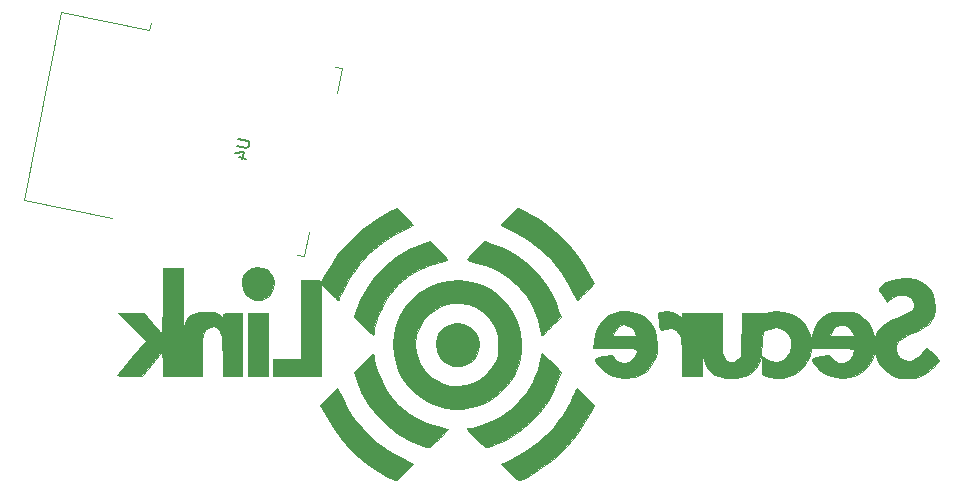
<source format=gbr>
G04 #@! TF.GenerationSoftware,KiCad,Pcbnew,(5.0.0-3-g5ebb6b6)*
G04 #@! TF.CreationDate,2019-01-19T17:02:55+01:00*
G04 #@! TF.ProjectId,Securityfest_2019_badge_beta,5365637572697479666573745F323031,rev?*
G04 #@! TF.SameCoordinates,Original*
G04 #@! TF.FileFunction,Legend,Bot*
G04 #@! TF.FilePolarity,Positive*
%FSLAX46Y46*%
G04 Gerber Fmt 4.6, Leading zero omitted, Abs format (unit mm)*
G04 Created by KiCad (PCBNEW (5.0.0-3-g5ebb6b6)) date 2019 January 19, Saturday 17:02:55*
%MOMM*%
%LPD*%
G01*
G04 APERTURE LIST*
%ADD10C,0.120000*%
%ADD11C,0.010000*%
%ADD12C,0.150000*%
G04 APERTURE END LIST*
D10*
G04 #@! TO.C,U4*
X119098317Y-55925651D02*
X119217844Y-55327476D01*
X119098317Y-55925651D02*
X111626033Y-54432542D01*
X135396132Y-59182276D02*
X134788151Y-59060790D01*
X134980727Y-61261179D02*
X135396132Y-59182276D01*
X132213967Y-75107458D02*
X132629373Y-73028555D01*
X131605986Y-74985972D02*
X132213967Y-75107458D01*
X108443868Y-70357724D02*
X115916151Y-71850833D01*
X111626033Y-54432542D02*
X108443868Y-70357724D01*
D11*
G04 #@! TO.C,G\002A\002A\002A*
G36*
X144985034Y-80787739D02*
X144440262Y-80897299D01*
X143989226Y-81140959D01*
X143646180Y-81503295D01*
X143425382Y-81968884D01*
X143341089Y-82522301D01*
X143340667Y-82566690D01*
X143415756Y-83101675D01*
X143624713Y-83567283D01*
X143943072Y-83947545D01*
X144346367Y-84226492D01*
X144810132Y-84388156D01*
X145309903Y-84416568D01*
X145821213Y-84295760D01*
X145923000Y-84252150D01*
X146381874Y-83951903D01*
X146719988Y-83542205D01*
X146923799Y-83044670D01*
X146981334Y-82563059D01*
X146907921Y-82018143D01*
X146682595Y-81543292D01*
X146436662Y-81248973D01*
X146086126Y-80976735D01*
X145681777Y-80824420D01*
X145185936Y-80780057D01*
X144985034Y-80787739D01*
X144985034Y-80787739D01*
G37*
X144985034Y-80787739D02*
X144440262Y-80897299D01*
X143989226Y-81140959D01*
X143646180Y-81503295D01*
X143425382Y-81968884D01*
X143341089Y-82522301D01*
X143340667Y-82566690D01*
X143415756Y-83101675D01*
X143624713Y-83567283D01*
X143943072Y-83947545D01*
X144346367Y-84226492D01*
X144810132Y-84388156D01*
X145309903Y-84416568D01*
X145821213Y-84295760D01*
X145923000Y-84252150D01*
X146381874Y-83951903D01*
X146719988Y-83542205D01*
X146923799Y-83044670D01*
X146981334Y-82563059D01*
X146907921Y-82018143D01*
X146682595Y-81543292D01*
X146436662Y-81248973D01*
X146086126Y-80976735D01*
X145681777Y-80824420D01*
X145185936Y-80780057D01*
X144985034Y-80787739D01*
G36*
X127776345Y-76104225D02*
X127386668Y-76313509D01*
X127103762Y-76641433D01*
X126944534Y-77070909D01*
X126915334Y-77385333D01*
X126983645Y-77877857D01*
X127193857Y-78282837D01*
X127508000Y-78583562D01*
X127780711Y-78709024D01*
X128138953Y-78778909D01*
X128505161Y-78783161D01*
X128725566Y-78741428D01*
X129115587Y-78534103D01*
X129405106Y-78203680D01*
X129578986Y-77773298D01*
X129624667Y-77366859D01*
X129550647Y-76891714D01*
X129340277Y-76504349D01*
X129011090Y-76221881D01*
X128580621Y-76061426D01*
X128255884Y-76030667D01*
X127776345Y-76104225D01*
X127776345Y-76104225D01*
G37*
X127776345Y-76104225D02*
X127386668Y-76313509D01*
X127103762Y-76641433D01*
X126944534Y-77070909D01*
X126915334Y-77385333D01*
X126983645Y-77877857D01*
X127193857Y-78282837D01*
X127508000Y-78583562D01*
X127780711Y-78709024D01*
X128138953Y-78778909D01*
X128505161Y-78783161D01*
X128725566Y-78741428D01*
X129115587Y-78534103D01*
X129405106Y-78203680D01*
X129578986Y-77773298D01*
X129624667Y-77366859D01*
X129550647Y-76891714D01*
X129340277Y-76504349D01*
X129011090Y-76221881D01*
X128580621Y-76061426D01*
X128255884Y-76030667D01*
X127776345Y-76104225D01*
G36*
X149556593Y-71720950D02*
X148838146Y-72439397D01*
X149878240Y-72960734D01*
X151076499Y-73650284D01*
X152154086Y-74455929D01*
X153107276Y-75373859D01*
X153932344Y-76400270D01*
X154625563Y-77531352D01*
X154904328Y-78097071D01*
X155052198Y-78410958D01*
X155176228Y-78656737D01*
X155258886Y-78800533D01*
X155280536Y-78823887D01*
X155353995Y-78767698D01*
X155521020Y-78614226D01*
X155756615Y-78387090D01*
X156028827Y-78116902D01*
X156732915Y-77409137D01*
X156509894Y-76969027D01*
X155835981Y-75800089D01*
X155039506Y-74698712D01*
X154139648Y-73683976D01*
X153155586Y-72774962D01*
X152106498Y-71990751D01*
X151011563Y-71350422D01*
X150720786Y-71209418D01*
X150275040Y-71002504D01*
X149556593Y-71720950D01*
X149556593Y-71720950D01*
G37*
X149556593Y-71720950D02*
X148838146Y-72439397D01*
X149878240Y-72960734D01*
X151076499Y-73650284D01*
X152154086Y-74455929D01*
X153107276Y-75373859D01*
X153932344Y-76400270D01*
X154625563Y-77531352D01*
X154904328Y-78097071D01*
X155052198Y-78410958D01*
X155176228Y-78656737D01*
X155258886Y-78800533D01*
X155280536Y-78823887D01*
X155353995Y-78767698D01*
X155521020Y-78614226D01*
X155756615Y-78387090D01*
X156028827Y-78116902D01*
X156732915Y-77409137D01*
X156509894Y-76969027D01*
X155835981Y-75800089D01*
X155039506Y-74698712D01*
X154139648Y-73683976D01*
X153155586Y-72774962D01*
X152106498Y-71990751D01*
X151011563Y-71350422D01*
X150720786Y-71209418D01*
X150275040Y-71002504D01*
X149556593Y-71720950D01*
G36*
X142182738Y-74035200D02*
X141041206Y-74522748D01*
X139992531Y-75148295D01*
X139046232Y-75902437D01*
X138211829Y-76775767D01*
X137498839Y-77758881D01*
X136916782Y-78842372D01*
X136645175Y-79506934D01*
X136388846Y-80209293D01*
X137174918Y-80998646D01*
X137471645Y-81291902D01*
X137727362Y-81535800D01*
X137917860Y-81707889D01*
X138018929Y-81785719D01*
X138026162Y-81788000D01*
X138073353Y-81714813D01*
X138091334Y-81553465D01*
X138140306Y-81143135D01*
X138276597Y-80636457D01*
X138484273Y-80071291D01*
X138747397Y-79485499D01*
X139050035Y-78916940D01*
X139376249Y-78403477D01*
X139473515Y-78269582D01*
X140165521Y-77485136D01*
X140973870Y-76805942D01*
X141872757Y-76248319D01*
X142836379Y-75828584D01*
X143716632Y-75586395D01*
X144010315Y-75517537D01*
X144229511Y-75447692D01*
X144329550Y-75391267D01*
X144330908Y-75388279D01*
X144284343Y-75301611D01*
X144137975Y-75122607D01*
X143913892Y-74876478D01*
X143634181Y-74588431D01*
X143601346Y-74555648D01*
X142845142Y-73802947D01*
X142182738Y-74035200D01*
X142182738Y-74035200D01*
G37*
X142182738Y-74035200D02*
X141041206Y-74522748D01*
X139992531Y-75148295D01*
X139046232Y-75902437D01*
X138211829Y-76775767D01*
X137498839Y-77758881D01*
X136916782Y-78842372D01*
X136645175Y-79506934D01*
X136388846Y-80209293D01*
X137174918Y-80998646D01*
X137471645Y-81291902D01*
X137727362Y-81535800D01*
X137917860Y-81707889D01*
X138018929Y-81785719D01*
X138026162Y-81788000D01*
X138073353Y-81714813D01*
X138091334Y-81553465D01*
X138140306Y-81143135D01*
X138276597Y-80636457D01*
X138484273Y-80071291D01*
X138747397Y-79485499D01*
X139050035Y-78916940D01*
X139376249Y-78403477D01*
X139473515Y-78269582D01*
X140165521Y-77485136D01*
X140973870Y-76805942D01*
X141872757Y-76248319D01*
X142836379Y-75828584D01*
X143716632Y-75586395D01*
X144010315Y-75517537D01*
X144229511Y-75447692D01*
X144329550Y-75391267D01*
X144330908Y-75388279D01*
X144284343Y-75301611D01*
X144137975Y-75122607D01*
X143913892Y-74876478D01*
X143634181Y-74588431D01*
X143601346Y-74555648D01*
X142845142Y-73802947D01*
X142182738Y-74035200D01*
G36*
X146676944Y-74599283D02*
X146339842Y-74933645D01*
X146120479Y-75166950D01*
X146022761Y-75323508D01*
X146050597Y-75427628D01*
X146207894Y-75503618D01*
X146498558Y-75575787D01*
X146845942Y-75650648D01*
X147775299Y-75937544D01*
X148672320Y-76375481D01*
X149513883Y-76946416D01*
X150276864Y-77632308D01*
X150938140Y-78415114D01*
X151461697Y-79252178D01*
X151634477Y-79618109D01*
X151808692Y-80051356D01*
X151969879Y-80508025D01*
X152103573Y-80944222D01*
X152195312Y-81316051D01*
X152230630Y-81579619D01*
X152230667Y-81585805D01*
X152253962Y-81740428D01*
X152295839Y-81788000D01*
X152376523Y-81731006D01*
X152550820Y-81575133D01*
X152794438Y-81343046D01*
X153083086Y-81057408D01*
X153135205Y-81004834D01*
X153909398Y-80221667D01*
X153719649Y-79671334D01*
X153498453Y-79072956D01*
X153271569Y-78565414D01*
X153002071Y-78073113D01*
X152715332Y-77615427D01*
X151974884Y-76632398D01*
X151116466Y-75768096D01*
X150150055Y-75030326D01*
X149085626Y-74426892D01*
X148139197Y-74035177D01*
X147476726Y-73802900D01*
X146676944Y-74599283D01*
X146676944Y-74599283D01*
G37*
X146676944Y-74599283D02*
X146339842Y-74933645D01*
X146120479Y-75166950D01*
X146022761Y-75323508D01*
X146050597Y-75427628D01*
X146207894Y-75503618D01*
X146498558Y-75575787D01*
X146845942Y-75650648D01*
X147775299Y-75937544D01*
X148672320Y-76375481D01*
X149513883Y-76946416D01*
X150276864Y-77632308D01*
X150938140Y-78415114D01*
X151461697Y-79252178D01*
X151634477Y-79618109D01*
X151808692Y-80051356D01*
X151969879Y-80508025D01*
X152103573Y-80944222D01*
X152195312Y-81316051D01*
X152230630Y-81579619D01*
X152230667Y-81585805D01*
X152253962Y-81740428D01*
X152295839Y-81788000D01*
X152376523Y-81731006D01*
X152550820Y-81575133D01*
X152794438Y-81343046D01*
X153083086Y-81057408D01*
X153135205Y-81004834D01*
X153909398Y-80221667D01*
X153719649Y-79671334D01*
X153498453Y-79072956D01*
X153271569Y-78565414D01*
X153002071Y-78073113D01*
X152715332Y-77615427D01*
X151974884Y-76632398D01*
X151116466Y-75768096D01*
X150150055Y-75030326D01*
X149085626Y-74426892D01*
X148139197Y-74035177D01*
X147476726Y-73802900D01*
X146676944Y-74599283D01*
G36*
X120206642Y-78911498D02*
X120184334Y-81707662D01*
X119430131Y-80816498D01*
X118675927Y-79925334D01*
X116461269Y-79925334D01*
X117636611Y-81102929D01*
X118811953Y-82280525D01*
X117630991Y-83664096D01*
X117278677Y-84078241D01*
X116962232Y-84452853D01*
X116698774Y-84767453D01*
X116505423Y-85001561D01*
X116399296Y-85134699D01*
X116386018Y-85153500D01*
X116394968Y-85198521D01*
X116498989Y-85229507D01*
X116718155Y-85248537D01*
X117072541Y-85257690D01*
X117408177Y-85259334D01*
X118494348Y-85259334D01*
X119339341Y-84204953D01*
X120184334Y-83150573D01*
X120208030Y-84204953D01*
X120231726Y-85259334D01*
X123528667Y-85259334D01*
X123534848Y-83798834D01*
X123541661Y-83092972D01*
X123557408Y-82535567D01*
X123585042Y-82105849D01*
X123627516Y-81783047D01*
X123687783Y-81546390D01*
X123768798Y-81375109D01*
X123873513Y-81248432D01*
X123901009Y-81223638D01*
X124206322Y-81056630D01*
X124525509Y-81043074D01*
X124823622Y-81174282D01*
X125065710Y-81441563D01*
X125111379Y-81524565D01*
X125165064Y-81656805D01*
X125206105Y-81825173D01*
X125236766Y-82054945D01*
X125259310Y-82371400D01*
X125276002Y-82799813D01*
X125289105Y-83365462D01*
X125292318Y-83544834D01*
X125321718Y-85259334D01*
X126915334Y-85259334D01*
X126915334Y-79925334D01*
X126111000Y-79925334D01*
X125737250Y-79927853D01*
X125501376Y-79939853D01*
X125371945Y-79968000D01*
X125317523Y-80018958D01*
X125306667Y-80095868D01*
X125296275Y-80189557D01*
X125241476Y-80203810D01*
X125106835Y-80132261D01*
X124953128Y-80032368D01*
X124759086Y-79915637D01*
X124576148Y-79845544D01*
X124350918Y-79810514D01*
X124029998Y-79798970D01*
X123873628Y-79798334D01*
X123278909Y-79839020D01*
X122816301Y-79969316D01*
X122467231Y-80201573D01*
X122213127Y-80548142D01*
X122035568Y-81020818D01*
X122006381Y-81108967D01*
X121982933Y-81125101D01*
X121964570Y-81055787D01*
X121950640Y-80887595D01*
X121940488Y-80607094D01*
X121933464Y-80200854D01*
X121928912Y-79655442D01*
X121926182Y-78957429D01*
X121925715Y-78761167D01*
X121920000Y-76115334D01*
X121074475Y-76115334D01*
X120228950Y-76115333D01*
X120206642Y-78911498D01*
X120206642Y-78911498D01*
G37*
X120206642Y-78911498D02*
X120184334Y-81707662D01*
X119430131Y-80816498D01*
X118675927Y-79925334D01*
X116461269Y-79925334D01*
X117636611Y-81102929D01*
X118811953Y-82280525D01*
X117630991Y-83664096D01*
X117278677Y-84078241D01*
X116962232Y-84452853D01*
X116698774Y-84767453D01*
X116505423Y-85001561D01*
X116399296Y-85134699D01*
X116386018Y-85153500D01*
X116394968Y-85198521D01*
X116498989Y-85229507D01*
X116718155Y-85248537D01*
X117072541Y-85257690D01*
X117408177Y-85259334D01*
X118494348Y-85259334D01*
X119339341Y-84204953D01*
X120184334Y-83150573D01*
X120208030Y-84204953D01*
X120231726Y-85259334D01*
X123528667Y-85259334D01*
X123534848Y-83798834D01*
X123541661Y-83092972D01*
X123557408Y-82535567D01*
X123585042Y-82105849D01*
X123627516Y-81783047D01*
X123687783Y-81546390D01*
X123768798Y-81375109D01*
X123873513Y-81248432D01*
X123901009Y-81223638D01*
X124206322Y-81056630D01*
X124525509Y-81043074D01*
X124823622Y-81174282D01*
X125065710Y-81441563D01*
X125111379Y-81524565D01*
X125165064Y-81656805D01*
X125206105Y-81825173D01*
X125236766Y-82054945D01*
X125259310Y-82371400D01*
X125276002Y-82799813D01*
X125289105Y-83365462D01*
X125292318Y-83544834D01*
X125321718Y-85259334D01*
X126915334Y-85259334D01*
X126915334Y-79925334D01*
X126111000Y-79925334D01*
X125737250Y-79927853D01*
X125501376Y-79939853D01*
X125371945Y-79968000D01*
X125317523Y-80018958D01*
X125306667Y-80095868D01*
X125296275Y-80189557D01*
X125241476Y-80203810D01*
X125106835Y-80132261D01*
X124953128Y-80032368D01*
X124759086Y-79915637D01*
X124576148Y-79845544D01*
X124350918Y-79810514D01*
X124029998Y-79798970D01*
X123873628Y-79798334D01*
X123278909Y-79839020D01*
X122816301Y-79969316D01*
X122467231Y-80201573D01*
X122213127Y-80548142D01*
X122035568Y-81020818D01*
X122006381Y-81108967D01*
X121982933Y-81125101D01*
X121964570Y-81055787D01*
X121950640Y-80887595D01*
X121940488Y-80607094D01*
X121933464Y-80200854D01*
X121928912Y-79655442D01*
X121926182Y-78957429D01*
X121925715Y-78761167D01*
X121920000Y-76115334D01*
X121074475Y-76115334D01*
X120228950Y-76115333D01*
X120206642Y-78911498D01*
G36*
X127423334Y-85259334D02*
X129116667Y-85259334D01*
X129116667Y-79925334D01*
X127423334Y-79925334D01*
X127423334Y-85259334D01*
X127423334Y-85259334D01*
G37*
X127423334Y-85259334D02*
X129116667Y-85259334D01*
X129116667Y-79925334D01*
X127423334Y-79925334D01*
X127423334Y-85259334D01*
G36*
X139467845Y-71278490D02*
X138357509Y-71909988D01*
X137277920Y-72699818D01*
X136242934Y-73637822D01*
X136226585Y-73654207D01*
X135560379Y-74358414D01*
X135003533Y-75032254D01*
X134517263Y-75727379D01*
X134062786Y-76495438D01*
X133983625Y-76641207D01*
X133822735Y-76930438D01*
X133695789Y-77138815D01*
X133619673Y-77239731D01*
X133605415Y-77237167D01*
X133552870Y-77185113D01*
X133384076Y-77151791D01*
X133079802Y-77134802D01*
X132757334Y-77131334D01*
X131910667Y-77131334D01*
X131910667Y-83820000D01*
X129540000Y-83820000D01*
X129540000Y-85259334D01*
X133604000Y-85259334D01*
X133604000Y-77431405D01*
X134304269Y-78128036D01*
X134635277Y-78453000D01*
X134866430Y-78667112D01*
X135014256Y-78782518D01*
X135095286Y-78811361D01*
X135126048Y-78765786D01*
X135128000Y-78733270D01*
X135168847Y-78592046D01*
X135279714Y-78339040D01*
X135443094Y-78007427D01*
X135641479Y-77630383D01*
X135857361Y-77241082D01*
X136073233Y-76872700D01*
X136271586Y-76558411D01*
X136291244Y-76529069D01*
X136941587Y-75680043D01*
X137710859Y-74869533D01*
X138565721Y-74124871D01*
X139472833Y-73473386D01*
X140398855Y-72942409D01*
X140990850Y-72676535D01*
X141219722Y-72570171D01*
X141365408Y-72472683D01*
X141393016Y-72430347D01*
X141336319Y-72339194D01*
X141182256Y-72157869D01*
X140955277Y-71913822D01*
X140716678Y-71671007D01*
X140040023Y-70998322D01*
X139467845Y-71278490D01*
X139467845Y-71278490D01*
G37*
X139467845Y-71278490D02*
X138357509Y-71909988D01*
X137277920Y-72699818D01*
X136242934Y-73637822D01*
X136226585Y-73654207D01*
X135560379Y-74358414D01*
X135003533Y-75032254D01*
X134517263Y-75727379D01*
X134062786Y-76495438D01*
X133983625Y-76641207D01*
X133822735Y-76930438D01*
X133695789Y-77138815D01*
X133619673Y-77239731D01*
X133605415Y-77237167D01*
X133552870Y-77185113D01*
X133384076Y-77151791D01*
X133079802Y-77134802D01*
X132757334Y-77131334D01*
X131910667Y-77131334D01*
X131910667Y-83820000D01*
X129540000Y-83820000D01*
X129540000Y-85259334D01*
X133604000Y-85259334D01*
X133604000Y-77431405D01*
X134304269Y-78128036D01*
X134635277Y-78453000D01*
X134866430Y-78667112D01*
X135014256Y-78782518D01*
X135095286Y-78811361D01*
X135126048Y-78765786D01*
X135128000Y-78733270D01*
X135168847Y-78592046D01*
X135279714Y-78339040D01*
X135443094Y-78007427D01*
X135641479Y-77630383D01*
X135857361Y-77241082D01*
X136073233Y-76872700D01*
X136271586Y-76558411D01*
X136291244Y-76529069D01*
X136941587Y-75680043D01*
X137710859Y-74869533D01*
X138565721Y-74124871D01*
X139472833Y-73473386D01*
X140398855Y-72942409D01*
X140990850Y-72676535D01*
X141219722Y-72570171D01*
X141365408Y-72472683D01*
X141393016Y-72430347D01*
X141336319Y-72339194D01*
X141182256Y-72157869D01*
X140955277Y-71913822D01*
X140716678Y-71671007D01*
X140040023Y-70998322D01*
X139467845Y-71278490D01*
G36*
X158964158Y-79777470D02*
X158437428Y-79878236D01*
X157984931Y-80087966D01*
X157570572Y-80418613D01*
X157528539Y-80460098D01*
X157214643Y-80833240D01*
X156991108Y-81247880D01*
X156841020Y-81745183D01*
X156748163Y-82359500D01*
X156693878Y-82888667D01*
X158526273Y-82888667D01*
X159153973Y-82888475D01*
X159629734Y-82892411D01*
X159970931Y-82907239D01*
X160194936Y-82939722D01*
X160319124Y-82996627D01*
X160360868Y-83084718D01*
X160337543Y-83210759D01*
X160266523Y-83381515D01*
X160194569Y-83538233D01*
X159981026Y-83887118D01*
X159713367Y-84084501D01*
X159365627Y-84145857D01*
X159192970Y-84135186D01*
X158901244Y-84075577D01*
X158685746Y-83946437D01*
X158525721Y-83781338D01*
X158258854Y-83472617D01*
X157530760Y-83574472D01*
X157137492Y-83639435D01*
X156900425Y-83715818D01*
X156806748Y-83825484D01*
X156843651Y-83990292D01*
X156998325Y-84232104D01*
X157080650Y-84342585D01*
X157545216Y-84822008D01*
X158098298Y-85163975D01*
X158722490Y-85363148D01*
X159400388Y-85414186D01*
X160114587Y-85311749D01*
X160182445Y-85294176D01*
X160759828Y-85081830D01*
X161216743Y-84776183D01*
X161582416Y-84352175D01*
X161850801Y-83863739D01*
X161967760Y-83583180D01*
X162037064Y-83331579D01*
X162069896Y-83046170D01*
X162077439Y-82664187D01*
X162077074Y-82593739D01*
X162009078Y-81833354D01*
X161989490Y-81766834D01*
X160273684Y-81766834D01*
X160225633Y-81815588D01*
X160068257Y-81848072D01*
X159782239Y-81866384D01*
X159348260Y-81872625D01*
X159300334Y-81872667D01*
X158863503Y-81868371D01*
X158572293Y-81853640D01*
X158403167Y-81825706D01*
X158332587Y-81781800D01*
X158326667Y-81758188D01*
X158393687Y-81547137D01*
X158564583Y-81307599D01*
X158794115Y-81091320D01*
X159031403Y-80952157D01*
X159262827Y-80880063D01*
X159439553Y-80887020D01*
X159644469Y-80969224D01*
X159871009Y-81128050D01*
X160080939Y-81356880D01*
X160229364Y-81598803D01*
X160273684Y-81766834D01*
X161989490Y-81766834D01*
X161818623Y-81186593D01*
X161508577Y-80656726D01*
X161081813Y-80247021D01*
X160541201Y-79960750D01*
X159889611Y-79801181D01*
X159601214Y-79773717D01*
X158964158Y-79777470D01*
X158964158Y-79777470D01*
G37*
X158964158Y-79777470D02*
X158437428Y-79878236D01*
X157984931Y-80087966D01*
X157570572Y-80418613D01*
X157528539Y-80460098D01*
X157214643Y-80833240D01*
X156991108Y-81247880D01*
X156841020Y-81745183D01*
X156748163Y-82359500D01*
X156693878Y-82888667D01*
X158526273Y-82888667D01*
X159153973Y-82888475D01*
X159629734Y-82892411D01*
X159970931Y-82907239D01*
X160194936Y-82939722D01*
X160319124Y-82996627D01*
X160360868Y-83084718D01*
X160337543Y-83210759D01*
X160266523Y-83381515D01*
X160194569Y-83538233D01*
X159981026Y-83887118D01*
X159713367Y-84084501D01*
X159365627Y-84145857D01*
X159192970Y-84135186D01*
X158901244Y-84075577D01*
X158685746Y-83946437D01*
X158525721Y-83781338D01*
X158258854Y-83472617D01*
X157530760Y-83574472D01*
X157137492Y-83639435D01*
X156900425Y-83715818D01*
X156806748Y-83825484D01*
X156843651Y-83990292D01*
X156998325Y-84232104D01*
X157080650Y-84342585D01*
X157545216Y-84822008D01*
X158098298Y-85163975D01*
X158722490Y-85363148D01*
X159400388Y-85414186D01*
X160114587Y-85311749D01*
X160182445Y-85294176D01*
X160759828Y-85081830D01*
X161216743Y-84776183D01*
X161582416Y-84352175D01*
X161850801Y-83863739D01*
X161967760Y-83583180D01*
X162037064Y-83331579D01*
X162069896Y-83046170D01*
X162077439Y-82664187D01*
X162077074Y-82593739D01*
X162009078Y-81833354D01*
X161989490Y-81766834D01*
X160273684Y-81766834D01*
X160225633Y-81815588D01*
X160068257Y-81848072D01*
X159782239Y-81866384D01*
X159348260Y-81872625D01*
X159300334Y-81872667D01*
X158863503Y-81868371D01*
X158572293Y-81853640D01*
X158403167Y-81825706D01*
X158332587Y-81781800D01*
X158326667Y-81758188D01*
X158393687Y-81547137D01*
X158564583Y-81307599D01*
X158794115Y-81091320D01*
X159031403Y-80952157D01*
X159262827Y-80880063D01*
X159439553Y-80887020D01*
X159644469Y-80969224D01*
X159871009Y-81128050D01*
X160080939Y-81356880D01*
X160229364Y-81598803D01*
X160273684Y-81766834D01*
X161989490Y-81766834D01*
X161818623Y-81186593D01*
X161508577Y-80656726D01*
X161081813Y-80247021D01*
X160541201Y-79960750D01*
X159889611Y-79801181D01*
X159601214Y-79773717D01*
X158964158Y-79777470D01*
G36*
X182930340Y-76907182D02*
X182445574Y-76988228D01*
X181947930Y-77129755D01*
X181486145Y-77315867D01*
X181108955Y-77530667D01*
X180913240Y-77698426D01*
X180846916Y-77785729D01*
X180833449Y-77875451D01*
X180885609Y-78003152D01*
X181016166Y-78204394D01*
X181175039Y-78427516D01*
X181583265Y-78994543D01*
X181744799Y-78815929D01*
X182064352Y-78552968D01*
X182426700Y-78397298D01*
X182801064Y-78343728D01*
X183156667Y-78387067D01*
X183462730Y-78522127D01*
X183688475Y-78743716D01*
X183803125Y-79046644D01*
X183811334Y-79164415D01*
X183788290Y-79367953D01*
X183704735Y-79542191D01*
X183539035Y-79705177D01*
X183269557Y-79874961D01*
X182874667Y-80069594D01*
X182557298Y-80210690D01*
X181877810Y-80536822D01*
X181355377Y-80860285D01*
X180978179Y-81190900D01*
X180734397Y-81538488D01*
X180633747Y-81809167D01*
X180559200Y-81990333D01*
X180480521Y-82033426D01*
X180429435Y-81932048D01*
X180425311Y-81872667D01*
X178727143Y-81872667D01*
X176708142Y-81872667D01*
X176792747Y-81629971D01*
X176984044Y-81281687D01*
X177262496Y-81028808D01*
X177590268Y-80896576D01*
X177887477Y-80899617D01*
X178147085Y-81025176D01*
X178402313Y-81259209D01*
X178598966Y-81548351D01*
X178639185Y-81639834D01*
X178727143Y-81872667D01*
X180425311Y-81872667D01*
X180423840Y-81851500D01*
X180377758Y-81624134D01*
X180259028Y-81315776D01*
X180094735Y-80982283D01*
X179911961Y-80679513D01*
X179763160Y-80488939D01*
X179553099Y-80308012D01*
X179270867Y-80114769D01*
X179112334Y-80023272D01*
X178901114Y-79919927D01*
X178705206Y-79853950D01*
X178476862Y-79817156D01*
X178168332Y-79801362D01*
X177800000Y-79798334D01*
X177384014Y-79802517D01*
X177089145Y-79820613D01*
X176867269Y-79860944D01*
X176670263Y-79931831D01*
X176477529Y-80027004D01*
X175997335Y-80349761D01*
X175634330Y-80759506D01*
X175371854Y-81279926D01*
X175217033Y-81819205D01*
X175154129Y-82077048D01*
X175114015Y-82167441D01*
X175096764Y-82090226D01*
X175096571Y-82084334D01*
X175034158Y-81771924D01*
X174880427Y-81393029D01*
X174662347Y-81002331D01*
X174406887Y-80654512D01*
X174371723Y-80614616D01*
X173931942Y-80245316D01*
X173387581Y-79971697D01*
X172781100Y-79805459D01*
X172154961Y-79758304D01*
X171559932Y-79839751D01*
X171288134Y-79885190D01*
X170901074Y-79916788D01*
X170452514Y-79930956D01*
X170205877Y-79930133D01*
X169258086Y-79914598D01*
X169206334Y-83580212D01*
X168929831Y-83827106D01*
X168609784Y-84027117D01*
X168289356Y-84061739D01*
X167988562Y-83935935D01*
X167849913Y-83819589D01*
X167743793Y-83674412D01*
X167666040Y-83477762D01*
X167612494Y-83206999D01*
X167578992Y-82839481D01*
X167561373Y-82352567D01*
X167555473Y-81723614D01*
X167555334Y-81579053D01*
X167555334Y-79925334D01*
X164168667Y-79925334D01*
X164168667Y-80366208D01*
X163874144Y-80107614D01*
X163620580Y-79932021D01*
X163348462Y-79810434D01*
X163276188Y-79792095D01*
X163034570Y-79768860D01*
X162743106Y-79770425D01*
X162460541Y-79792755D01*
X162245622Y-79831817D01*
X162165406Y-79868372D01*
X162155153Y-79968147D01*
X162168471Y-80193902D01*
X162202389Y-80504381D01*
X162221434Y-80645709D01*
X162275801Y-80997894D01*
X162323065Y-81209465D01*
X162373346Y-81308260D01*
X162436764Y-81322121D01*
X162463680Y-81312176D01*
X162625346Y-81269300D01*
X162883810Y-81230193D01*
X163045583Y-81214338D01*
X163321359Y-81204029D01*
X163501000Y-81241870D01*
X163655663Y-81349782D01*
X163736101Y-81427075D01*
X163880436Y-81596275D01*
X163989620Y-81793684D01*
X164068209Y-82044301D01*
X164120755Y-82373123D01*
X164151814Y-82805150D01*
X164165939Y-83365380D01*
X164168195Y-83798834D01*
X164168667Y-85259334D01*
X165862000Y-85259334D01*
X165872563Y-84222167D01*
X165878841Y-83808762D01*
X165888411Y-83554130D01*
X165902537Y-83447721D01*
X165922486Y-83478985D01*
X165945803Y-83611607D01*
X166104273Y-84180686D01*
X166391722Y-84661018D01*
X166793369Y-85030695D01*
X166976563Y-85139519D01*
X167360671Y-85278941D01*
X167849007Y-85370007D01*
X168381660Y-85405983D01*
X168898719Y-85380136D01*
X168997035Y-85366639D01*
X169587060Y-85226194D01*
X170047285Y-84999654D01*
X170401903Y-84671347D01*
X170636164Y-84304879D01*
X170740820Y-84086916D01*
X170813197Y-83887489D01*
X170860991Y-83664655D01*
X170891895Y-83376470D01*
X170913605Y-82980993D01*
X170922995Y-82741366D01*
X170944815Y-82323187D01*
X170975684Y-81961809D01*
X171011663Y-81693491D01*
X171048811Y-81554493D01*
X171052537Y-81548979D01*
X171253047Y-81386526D01*
X171549966Y-81239416D01*
X171871053Y-81138169D01*
X172089999Y-81110667D01*
X172523819Y-81190374D01*
X172904609Y-81414617D01*
X173208199Y-81761072D01*
X173410420Y-82207420D01*
X173449471Y-82366185D01*
X173452930Y-82779039D01*
X173321575Y-83202193D01*
X173076079Y-83578881D01*
X172968015Y-83688335D01*
X172568797Y-83958568D01*
X172152170Y-84061419D01*
X171714216Y-83997078D01*
X171259500Y-83771312D01*
X170942000Y-83563598D01*
X170942000Y-84331119D01*
X170942001Y-85098641D01*
X171259500Y-85237887D01*
X171617339Y-85333847D01*
X172131003Y-85377274D01*
X172296667Y-85379901D01*
X172699514Y-85371676D01*
X172999852Y-85335357D01*
X173263739Y-85258965D01*
X173485864Y-85164273D01*
X173806693Y-84992398D01*
X174117331Y-84789917D01*
X174265066Y-84673983D01*
X174487905Y-84426908D01*
X174709945Y-84096276D01*
X174903125Y-83734590D01*
X175039386Y-83394358D01*
X175090667Y-83129144D01*
X175090667Y-82888667D01*
X176911000Y-82888667D01*
X177510055Y-82889216D01*
X177960838Y-82892190D01*
X178284411Y-82899579D01*
X178501835Y-82913375D01*
X178634173Y-82935568D01*
X178702486Y-82968149D01*
X178727834Y-83013107D01*
X178731334Y-83060720D01*
X178660823Y-83423272D01*
X178472754Y-83750537D01*
X178202327Y-84003504D01*
X177884738Y-84143163D01*
X177740683Y-84158667D01*
X177377607Y-84105247D01*
X177070869Y-83928025D01*
X176866127Y-83721008D01*
X176651920Y-83469764D01*
X175913627Y-83573046D01*
X175518288Y-83640070D01*
X175268456Y-83709087D01*
X175175657Y-83776854D01*
X175175334Y-83780929D01*
X175231653Y-83949335D01*
X175378367Y-84189908D01*
X175582111Y-84459242D01*
X175809520Y-84713929D01*
X176027229Y-84910563D01*
X176064334Y-84937496D01*
X176572908Y-85196488D01*
X177169605Y-85351799D01*
X177805801Y-85399619D01*
X178432871Y-85336136D01*
X178982761Y-85166226D01*
X179499943Y-84850377D01*
X179933771Y-84411723D01*
X180254123Y-83887113D01*
X180410897Y-83419149D01*
X180479694Y-83100334D01*
X180619296Y-83571402D01*
X180882156Y-84184447D01*
X181270397Y-84686684D01*
X181775132Y-85069123D01*
X182334906Y-85307480D01*
X182657067Y-85372048D01*
X183065149Y-85409565D01*
X183495077Y-85418548D01*
X183882775Y-85397515D01*
X184150000Y-85349493D01*
X184737880Y-85084169D01*
X185297543Y-84654761D01*
X185484080Y-84468850D01*
X185697627Y-84227546D01*
X185854946Y-84020217D01*
X185926488Y-83886429D01*
X185928000Y-83874506D01*
X185868593Y-83763374D01*
X185710433Y-83576717D01*
X185483616Y-83348884D01*
X185398834Y-83270523D01*
X185137857Y-83039953D01*
X184970667Y-82912385D01*
X184869562Y-82872865D01*
X184806836Y-82906439D01*
X184785000Y-82939213D01*
X184528876Y-83287198D01*
X184197579Y-83602109D01*
X183850943Y-83829785D01*
X183753908Y-83872597D01*
X183497142Y-83958088D01*
X183305720Y-83973352D01*
X183092368Y-83921520D01*
X183026127Y-83898711D01*
X182660351Y-83698846D01*
X182431445Y-83402250D01*
X182334090Y-83001112D01*
X182329667Y-82875952D01*
X182344592Y-82601267D01*
X182412647Y-82414301D01*
X182568751Y-82234422D01*
X182633848Y-82173561D01*
X182887876Y-81986875D01*
X183216774Y-81804043D01*
X183438182Y-81707933D01*
X184137690Y-81418203D01*
X184682817Y-81122582D01*
X185088231Y-80805380D01*
X185368602Y-80450906D01*
X185538596Y-80043467D01*
X185612884Y-79567373D01*
X185619029Y-79375000D01*
X185545568Y-78726963D01*
X185327111Y-78152709D01*
X184977509Y-77667354D01*
X184510610Y-77286011D01*
X183940264Y-77023796D01*
X183353493Y-76902512D01*
X182930340Y-76907182D01*
X182930340Y-76907182D01*
G37*
X182930340Y-76907182D02*
X182445574Y-76988228D01*
X181947930Y-77129755D01*
X181486145Y-77315867D01*
X181108955Y-77530667D01*
X180913240Y-77698426D01*
X180846916Y-77785729D01*
X180833449Y-77875451D01*
X180885609Y-78003152D01*
X181016166Y-78204394D01*
X181175039Y-78427516D01*
X181583265Y-78994543D01*
X181744799Y-78815929D01*
X182064352Y-78552968D01*
X182426700Y-78397298D01*
X182801064Y-78343728D01*
X183156667Y-78387067D01*
X183462730Y-78522127D01*
X183688475Y-78743716D01*
X183803125Y-79046644D01*
X183811334Y-79164415D01*
X183788290Y-79367953D01*
X183704735Y-79542191D01*
X183539035Y-79705177D01*
X183269557Y-79874961D01*
X182874667Y-80069594D01*
X182557298Y-80210690D01*
X181877810Y-80536822D01*
X181355377Y-80860285D01*
X180978179Y-81190900D01*
X180734397Y-81538488D01*
X180633747Y-81809167D01*
X180559200Y-81990333D01*
X180480521Y-82033426D01*
X180429435Y-81932048D01*
X180425311Y-81872667D01*
X178727143Y-81872667D01*
X176708142Y-81872667D01*
X176792747Y-81629971D01*
X176984044Y-81281687D01*
X177262496Y-81028808D01*
X177590268Y-80896576D01*
X177887477Y-80899617D01*
X178147085Y-81025176D01*
X178402313Y-81259209D01*
X178598966Y-81548351D01*
X178639185Y-81639834D01*
X178727143Y-81872667D01*
X180425311Y-81872667D01*
X180423840Y-81851500D01*
X180377758Y-81624134D01*
X180259028Y-81315776D01*
X180094735Y-80982283D01*
X179911961Y-80679513D01*
X179763160Y-80488939D01*
X179553099Y-80308012D01*
X179270867Y-80114769D01*
X179112334Y-80023272D01*
X178901114Y-79919927D01*
X178705206Y-79853950D01*
X178476862Y-79817156D01*
X178168332Y-79801362D01*
X177800000Y-79798334D01*
X177384014Y-79802517D01*
X177089145Y-79820613D01*
X176867269Y-79860944D01*
X176670263Y-79931831D01*
X176477529Y-80027004D01*
X175997335Y-80349761D01*
X175634330Y-80759506D01*
X175371854Y-81279926D01*
X175217033Y-81819205D01*
X175154129Y-82077048D01*
X175114015Y-82167441D01*
X175096764Y-82090226D01*
X175096571Y-82084334D01*
X175034158Y-81771924D01*
X174880427Y-81393029D01*
X174662347Y-81002331D01*
X174406887Y-80654512D01*
X174371723Y-80614616D01*
X173931942Y-80245316D01*
X173387581Y-79971697D01*
X172781100Y-79805459D01*
X172154961Y-79758304D01*
X171559932Y-79839751D01*
X171288134Y-79885190D01*
X170901074Y-79916788D01*
X170452514Y-79930956D01*
X170205877Y-79930133D01*
X169258086Y-79914598D01*
X169206334Y-83580212D01*
X168929831Y-83827106D01*
X168609784Y-84027117D01*
X168289356Y-84061739D01*
X167988562Y-83935935D01*
X167849913Y-83819589D01*
X167743793Y-83674412D01*
X167666040Y-83477762D01*
X167612494Y-83206999D01*
X167578992Y-82839481D01*
X167561373Y-82352567D01*
X167555473Y-81723614D01*
X167555334Y-81579053D01*
X167555334Y-79925334D01*
X164168667Y-79925334D01*
X164168667Y-80366208D01*
X163874144Y-80107614D01*
X163620580Y-79932021D01*
X163348462Y-79810434D01*
X163276188Y-79792095D01*
X163034570Y-79768860D01*
X162743106Y-79770425D01*
X162460541Y-79792755D01*
X162245622Y-79831817D01*
X162165406Y-79868372D01*
X162155153Y-79968147D01*
X162168471Y-80193902D01*
X162202389Y-80504381D01*
X162221434Y-80645709D01*
X162275801Y-80997894D01*
X162323065Y-81209465D01*
X162373346Y-81308260D01*
X162436764Y-81322121D01*
X162463680Y-81312176D01*
X162625346Y-81269300D01*
X162883810Y-81230193D01*
X163045583Y-81214338D01*
X163321359Y-81204029D01*
X163501000Y-81241870D01*
X163655663Y-81349782D01*
X163736101Y-81427075D01*
X163880436Y-81596275D01*
X163989620Y-81793684D01*
X164068209Y-82044301D01*
X164120755Y-82373123D01*
X164151814Y-82805150D01*
X164165939Y-83365380D01*
X164168195Y-83798834D01*
X164168667Y-85259334D01*
X165862000Y-85259334D01*
X165872563Y-84222167D01*
X165878841Y-83808762D01*
X165888411Y-83554130D01*
X165902537Y-83447721D01*
X165922486Y-83478985D01*
X165945803Y-83611607D01*
X166104273Y-84180686D01*
X166391722Y-84661018D01*
X166793369Y-85030695D01*
X166976563Y-85139519D01*
X167360671Y-85278941D01*
X167849007Y-85370007D01*
X168381660Y-85405983D01*
X168898719Y-85380136D01*
X168997035Y-85366639D01*
X169587060Y-85226194D01*
X170047285Y-84999654D01*
X170401903Y-84671347D01*
X170636164Y-84304879D01*
X170740820Y-84086916D01*
X170813197Y-83887489D01*
X170860991Y-83664655D01*
X170891895Y-83376470D01*
X170913605Y-82980993D01*
X170922995Y-82741366D01*
X170944815Y-82323187D01*
X170975684Y-81961809D01*
X171011663Y-81693491D01*
X171048811Y-81554493D01*
X171052537Y-81548979D01*
X171253047Y-81386526D01*
X171549966Y-81239416D01*
X171871053Y-81138169D01*
X172089999Y-81110667D01*
X172523819Y-81190374D01*
X172904609Y-81414617D01*
X173208199Y-81761072D01*
X173410420Y-82207420D01*
X173449471Y-82366185D01*
X173452930Y-82779039D01*
X173321575Y-83202193D01*
X173076079Y-83578881D01*
X172968015Y-83688335D01*
X172568797Y-83958568D01*
X172152170Y-84061419D01*
X171714216Y-83997078D01*
X171259500Y-83771312D01*
X170942000Y-83563598D01*
X170942000Y-84331119D01*
X170942001Y-85098641D01*
X171259500Y-85237887D01*
X171617339Y-85333847D01*
X172131003Y-85377274D01*
X172296667Y-85379901D01*
X172699514Y-85371676D01*
X172999852Y-85335357D01*
X173263739Y-85258965D01*
X173485864Y-85164273D01*
X173806693Y-84992398D01*
X174117331Y-84789917D01*
X174265066Y-84673983D01*
X174487905Y-84426908D01*
X174709945Y-84096276D01*
X174903125Y-83734590D01*
X175039386Y-83394358D01*
X175090667Y-83129144D01*
X175090667Y-82888667D01*
X176911000Y-82888667D01*
X177510055Y-82889216D01*
X177960838Y-82892190D01*
X178284411Y-82899579D01*
X178501835Y-82913375D01*
X178634173Y-82935568D01*
X178702486Y-82968149D01*
X178727834Y-83013107D01*
X178731334Y-83060720D01*
X178660823Y-83423272D01*
X178472754Y-83750537D01*
X178202327Y-84003504D01*
X177884738Y-84143163D01*
X177740683Y-84158667D01*
X177377607Y-84105247D01*
X177070869Y-83928025D01*
X176866127Y-83721008D01*
X176651920Y-83469764D01*
X175913627Y-83573046D01*
X175518288Y-83640070D01*
X175268456Y-83709087D01*
X175175657Y-83776854D01*
X175175334Y-83780929D01*
X175231653Y-83949335D01*
X175378367Y-84189908D01*
X175582111Y-84459242D01*
X175809520Y-84713929D01*
X176027229Y-84910563D01*
X176064334Y-84937496D01*
X176572908Y-85196488D01*
X177169605Y-85351799D01*
X177805801Y-85399619D01*
X178432871Y-85336136D01*
X178982761Y-85166226D01*
X179499943Y-84850377D01*
X179933771Y-84411723D01*
X180254123Y-83887113D01*
X180410897Y-83419149D01*
X180479694Y-83100334D01*
X180619296Y-83571402D01*
X180882156Y-84184447D01*
X181270397Y-84686684D01*
X181775132Y-85069123D01*
X182334906Y-85307480D01*
X182657067Y-85372048D01*
X183065149Y-85409565D01*
X183495077Y-85418548D01*
X183882775Y-85397515D01*
X184150000Y-85349493D01*
X184737880Y-85084169D01*
X185297543Y-84654761D01*
X185484080Y-84468850D01*
X185697627Y-84227546D01*
X185854946Y-84020217D01*
X185926488Y-83886429D01*
X185928000Y-83874506D01*
X185868593Y-83763374D01*
X185710433Y-83576717D01*
X185483616Y-83348884D01*
X185398834Y-83270523D01*
X185137857Y-83039953D01*
X184970667Y-82912385D01*
X184869562Y-82872865D01*
X184806836Y-82906439D01*
X184785000Y-82939213D01*
X184528876Y-83287198D01*
X184197579Y-83602109D01*
X183850943Y-83829785D01*
X183753908Y-83872597D01*
X183497142Y-83958088D01*
X183305720Y-83973352D01*
X183092368Y-83921520D01*
X183026127Y-83898711D01*
X182660351Y-83698846D01*
X182431445Y-83402250D01*
X182334090Y-83001112D01*
X182329667Y-82875952D01*
X182344592Y-82601267D01*
X182412647Y-82414301D01*
X182568751Y-82234422D01*
X182633848Y-82173561D01*
X182887876Y-81986875D01*
X183216774Y-81804043D01*
X183438182Y-81707933D01*
X184137690Y-81418203D01*
X184682817Y-81122582D01*
X185088231Y-80805380D01*
X185368602Y-80450906D01*
X185538596Y-80043467D01*
X185612884Y-79567373D01*
X185619029Y-79375000D01*
X185545568Y-78726963D01*
X185327111Y-78152709D01*
X184977509Y-77667354D01*
X184510610Y-77286011D01*
X183940264Y-77023796D01*
X183353493Y-76902512D01*
X182930340Y-76907182D01*
G36*
X144390390Y-77188137D02*
X143486775Y-77397838D01*
X142786223Y-77680918D01*
X141983110Y-78152560D01*
X141301885Y-78725254D01*
X140742674Y-79382376D01*
X140305602Y-80107302D01*
X139990795Y-80883408D01*
X139798379Y-81694069D01*
X139728479Y-82522663D01*
X139781221Y-83352563D01*
X139956730Y-84167147D01*
X140255133Y-84949791D01*
X140676555Y-85683870D01*
X141221120Y-86352760D01*
X141888956Y-86939837D01*
X142680188Y-87428477D01*
X142712437Y-87444755D01*
X143400048Y-87721862D01*
X144160632Y-87913925D01*
X144936386Y-88011428D01*
X145669505Y-88004852D01*
X145923000Y-87973391D01*
X146767407Y-87784060D01*
X147507207Y-87496603D01*
X148184103Y-87089637D01*
X148839797Y-86541780D01*
X148979231Y-86406303D01*
X149351201Y-86017202D01*
X149630154Y-85671586D01*
X149858893Y-85311818D01*
X150019649Y-85005334D01*
X150365636Y-84126693D01*
X150553593Y-83235677D01*
X150580948Y-82590553D01*
X148630904Y-82590553D01*
X148625888Y-83023194D01*
X148607205Y-83335284D01*
X148567056Y-83575505D01*
X148497643Y-83792537D01*
X148403865Y-84007932D01*
X148133204Y-84466250D01*
X147761847Y-84931350D01*
X147343404Y-85342083D01*
X147023667Y-85582300D01*
X146475411Y-85865567D01*
X145891487Y-86029053D01*
X145226495Y-86083890D01*
X144991667Y-86080394D01*
X144580162Y-86057402D01*
X144269859Y-86011506D01*
X143992804Y-85927567D01*
X143681044Y-85790445D01*
X143673032Y-85786596D01*
X143012345Y-85377965D01*
X142462714Y-84848031D01*
X142037181Y-84213571D01*
X141748787Y-83491365D01*
X141684030Y-83227559D01*
X141615954Y-82508475D01*
X141703424Y-81807215D01*
X141932660Y-81143201D01*
X142289881Y-80535851D01*
X142761307Y-80004585D01*
X143333159Y-79568824D01*
X143991655Y-79247986D01*
X144629562Y-79076535D01*
X145340327Y-79035528D01*
X146039950Y-79151150D01*
X146705660Y-79411096D01*
X147314686Y-79803062D01*
X147844258Y-80314741D01*
X148271607Y-80933831D01*
X148352057Y-81088117D01*
X148476231Y-81350383D01*
X148556979Y-81565145D01*
X148603523Y-81782097D01*
X148625088Y-82050933D01*
X148630896Y-82421346D01*
X148630904Y-82590553D01*
X150580948Y-82590553D01*
X150591224Y-82348241D01*
X150486231Y-81480338D01*
X150246318Y-80647921D01*
X149879187Y-79866943D01*
X149392541Y-79153358D01*
X148794083Y-78523119D01*
X148091516Y-77992180D01*
X147292542Y-77576494D01*
X146404864Y-77292014D01*
X146282527Y-77265331D01*
X145319371Y-77144317D01*
X144390390Y-77188137D01*
X144390390Y-77188137D01*
G37*
X144390390Y-77188137D02*
X143486775Y-77397838D01*
X142786223Y-77680918D01*
X141983110Y-78152560D01*
X141301885Y-78725254D01*
X140742674Y-79382376D01*
X140305602Y-80107302D01*
X139990795Y-80883408D01*
X139798379Y-81694069D01*
X139728479Y-82522663D01*
X139781221Y-83352563D01*
X139956730Y-84167147D01*
X140255133Y-84949791D01*
X140676555Y-85683870D01*
X141221120Y-86352760D01*
X141888956Y-86939837D01*
X142680188Y-87428477D01*
X142712437Y-87444755D01*
X143400048Y-87721862D01*
X144160632Y-87913925D01*
X144936386Y-88011428D01*
X145669505Y-88004852D01*
X145923000Y-87973391D01*
X146767407Y-87784060D01*
X147507207Y-87496603D01*
X148184103Y-87089637D01*
X148839797Y-86541780D01*
X148979231Y-86406303D01*
X149351201Y-86017202D01*
X149630154Y-85671586D01*
X149858893Y-85311818D01*
X150019649Y-85005334D01*
X150365636Y-84126693D01*
X150553593Y-83235677D01*
X150580948Y-82590553D01*
X148630904Y-82590553D01*
X148625888Y-83023194D01*
X148607205Y-83335284D01*
X148567056Y-83575505D01*
X148497643Y-83792537D01*
X148403865Y-84007932D01*
X148133204Y-84466250D01*
X147761847Y-84931350D01*
X147343404Y-85342083D01*
X147023667Y-85582300D01*
X146475411Y-85865567D01*
X145891487Y-86029053D01*
X145226495Y-86083890D01*
X144991667Y-86080394D01*
X144580162Y-86057402D01*
X144269859Y-86011506D01*
X143992804Y-85927567D01*
X143681044Y-85790445D01*
X143673032Y-85786596D01*
X143012345Y-85377965D01*
X142462714Y-84848031D01*
X142037181Y-84213571D01*
X141748787Y-83491365D01*
X141684030Y-83227559D01*
X141615954Y-82508475D01*
X141703424Y-81807215D01*
X141932660Y-81143201D01*
X142289881Y-80535851D01*
X142761307Y-80004585D01*
X143333159Y-79568824D01*
X143991655Y-79247986D01*
X144629562Y-79076535D01*
X145340327Y-79035528D01*
X146039950Y-79151150D01*
X146705660Y-79411096D01*
X147314686Y-79803062D01*
X147844258Y-80314741D01*
X148271607Y-80933831D01*
X148352057Y-81088117D01*
X148476231Y-81350383D01*
X148556979Y-81565145D01*
X148603523Y-81782097D01*
X148625088Y-82050933D01*
X148630896Y-82421346D01*
X148630904Y-82590553D01*
X150580948Y-82590553D01*
X150591224Y-82348241D01*
X150486231Y-81480338D01*
X150246318Y-80647921D01*
X149879187Y-79866943D01*
X149392541Y-79153358D01*
X148794083Y-78523119D01*
X148091516Y-77992180D01*
X147292542Y-77576494D01*
X146404864Y-77292014D01*
X146282527Y-77265331D01*
X145319371Y-77144317D01*
X144390390Y-77188137D01*
G36*
X137932767Y-83399871D02*
X137760867Y-83543254D01*
X137518809Y-83765679D01*
X137230446Y-84045878D01*
X137169548Y-84106746D01*
X136386801Y-84892762D01*
X136562097Y-85413121D01*
X137031793Y-86556098D01*
X137636996Y-87610767D01*
X138367595Y-88565158D01*
X139213480Y-89407302D01*
X140164537Y-90125231D01*
X140909075Y-90558676D01*
X141380314Y-90789251D01*
X141835796Y-90989000D01*
X142241127Y-91144562D01*
X142561917Y-91242578D01*
X142741854Y-91270667D01*
X142850892Y-91213327D01*
X143049552Y-91056820D01*
X143310479Y-90824419D01*
X143606322Y-90539395D01*
X143634361Y-90511318D01*
X143916160Y-90222976D01*
X144144119Y-89979662D01*
X144296912Y-89804899D01*
X144353215Y-89722212D01*
X144352263Y-89719388D01*
X144255731Y-89688082D01*
X144040035Y-89637847D01*
X143764000Y-89581936D01*
X142783898Y-89312283D01*
X141835966Y-88891072D01*
X140949704Y-88336059D01*
X140154611Y-87664999D01*
X139637575Y-87098339D01*
X139165172Y-86435834D01*
X138753847Y-85703551D01*
X138425025Y-84948068D01*
X138200130Y-84215964D01*
X138124063Y-83807844D01*
X138081338Y-83560857D01*
X138033815Y-83393957D01*
X138010655Y-83356798D01*
X137932767Y-83399871D01*
X137932767Y-83399871D01*
G37*
X137932767Y-83399871D02*
X137760867Y-83543254D01*
X137518809Y-83765679D01*
X137230446Y-84045878D01*
X137169548Y-84106746D01*
X136386801Y-84892762D01*
X136562097Y-85413121D01*
X137031793Y-86556098D01*
X137636996Y-87610767D01*
X138367595Y-88565158D01*
X139213480Y-89407302D01*
X140164537Y-90125231D01*
X140909075Y-90558676D01*
X141380314Y-90789251D01*
X141835796Y-90989000D01*
X142241127Y-91144562D01*
X142561917Y-91242578D01*
X142741854Y-91270667D01*
X142850892Y-91213327D01*
X143049552Y-91056820D01*
X143310479Y-90824419D01*
X143606322Y-90539395D01*
X143634361Y-90511318D01*
X143916160Y-90222976D01*
X144144119Y-89979662D01*
X144296912Y-89804899D01*
X144353215Y-89722212D01*
X144352263Y-89719388D01*
X144255731Y-89688082D01*
X144040035Y-89637847D01*
X143764000Y-89581936D01*
X142783898Y-89312283D01*
X141835966Y-88891072D01*
X140949704Y-88336059D01*
X140154611Y-87664999D01*
X139637575Y-87098339D01*
X139165172Y-86435834D01*
X138753847Y-85703551D01*
X138425025Y-84948068D01*
X138200130Y-84215964D01*
X138124063Y-83807844D01*
X138081338Y-83560857D01*
X138033815Y-83393957D01*
X138010655Y-83356798D01*
X137932767Y-83399871D01*
G36*
X152248648Y-83385187D02*
X152230667Y-83546535D01*
X152195415Y-83847375D01*
X152099037Y-84254664D01*
X151955595Y-84723129D01*
X151779156Y-85207495D01*
X151583784Y-85662489D01*
X151553912Y-85725000D01*
X151044928Y-86590516D01*
X150397283Y-87394395D01*
X149638091Y-88109525D01*
X148794469Y-88708792D01*
X148294673Y-88983962D01*
X147874771Y-89170130D01*
X147402099Y-89345072D01*
X146924199Y-89494369D01*
X146488613Y-89603600D01*
X146142882Y-89658345D01*
X146059296Y-89662000D01*
X145983249Y-89673668D01*
X145969265Y-89720542D01*
X146030259Y-89820433D01*
X146179147Y-89991146D01*
X146428847Y-90250492D01*
X146642667Y-90466334D01*
X147017826Y-90829148D01*
X147316230Y-91088508D01*
X147526051Y-91234702D01*
X147614662Y-91264481D01*
X147791198Y-91233108D01*
X148051824Y-91159948D01*
X148209000Y-91107288D01*
X149314317Y-90624729D01*
X150339136Y-89999871D01*
X151270930Y-89245505D01*
X152097172Y-88374424D01*
X152805335Y-87399421D01*
X153382894Y-86333287D01*
X153725471Y-85473799D01*
X153926407Y-84883932D01*
X153143709Y-84097966D01*
X152847630Y-83805380D01*
X152592579Y-83562203D01*
X152402827Y-83390935D01*
X152302647Y-83314075D01*
X152295839Y-83312000D01*
X152248648Y-83385187D01*
X152248648Y-83385187D01*
G37*
X152248648Y-83385187D02*
X152230667Y-83546535D01*
X152195415Y-83847375D01*
X152099037Y-84254664D01*
X151955595Y-84723129D01*
X151779156Y-85207495D01*
X151583784Y-85662489D01*
X151553912Y-85725000D01*
X151044928Y-86590516D01*
X150397283Y-87394395D01*
X149638091Y-88109525D01*
X148794469Y-88708792D01*
X148294673Y-88983962D01*
X147874771Y-89170130D01*
X147402099Y-89345072D01*
X146924199Y-89494369D01*
X146488613Y-89603600D01*
X146142882Y-89658345D01*
X146059296Y-89662000D01*
X145983249Y-89673668D01*
X145969265Y-89720542D01*
X146030259Y-89820433D01*
X146179147Y-89991146D01*
X146428847Y-90250492D01*
X146642667Y-90466334D01*
X147017826Y-90829148D01*
X147316230Y-91088508D01*
X147526051Y-91234702D01*
X147614662Y-91264481D01*
X147791198Y-91233108D01*
X148051824Y-91159948D01*
X148209000Y-91107288D01*
X149314317Y-90624729D01*
X150339136Y-89999871D01*
X151270930Y-89245505D01*
X152097172Y-88374424D01*
X152805335Y-87399421D01*
X153382894Y-86333287D01*
X153725471Y-85473799D01*
X153926407Y-84883932D01*
X153143709Y-84097966D01*
X152847630Y-83805380D01*
X152592579Y-83562203D01*
X152402827Y-83390935D01*
X152302647Y-83314075D01*
X152295839Y-83312000D01*
X152248648Y-83385187D01*
G36*
X134287127Y-86990857D02*
X133561667Y-87716757D01*
X133876810Y-88329545D01*
X134602725Y-89560439D01*
X135465858Y-90706638D01*
X136450470Y-91752156D01*
X137540817Y-92681009D01*
X138721159Y-93477211D01*
X139224474Y-93760018D01*
X139519387Y-93906990D01*
X139770304Y-94015059D01*
X139929009Y-94063750D01*
X139941852Y-94064667D01*
X140056421Y-94007332D01*
X140257459Y-93851888D01*
X140515002Y-93623178D01*
X140755807Y-93389876D01*
X141019442Y-93119040D01*
X141227411Y-92894520D01*
X141357262Y-92741312D01*
X141388820Y-92685084D01*
X141301991Y-92638545D01*
X141094061Y-92534358D01*
X140796585Y-92388162D01*
X140456379Y-92222965D01*
X139341908Y-91593835D01*
X138292397Y-90819772D01*
X137330908Y-89919910D01*
X136502211Y-88942334D01*
X136287948Y-88630063D01*
X136034114Y-88217807D01*
X135772441Y-87759174D01*
X135534658Y-87307769D01*
X135534429Y-87307311D01*
X135012588Y-86264956D01*
X134287127Y-86990857D01*
X134287127Y-86990857D01*
G37*
X134287127Y-86990857D02*
X133561667Y-87716757D01*
X133876810Y-88329545D01*
X134602725Y-89560439D01*
X135465858Y-90706638D01*
X136450470Y-91752156D01*
X137540817Y-92681009D01*
X138721159Y-93477211D01*
X139224474Y-93760018D01*
X139519387Y-93906990D01*
X139770304Y-94015059D01*
X139929009Y-94063750D01*
X139941852Y-94064667D01*
X140056421Y-94007332D01*
X140257459Y-93851888D01*
X140515002Y-93623178D01*
X140755807Y-93389876D01*
X141019442Y-93119040D01*
X141227411Y-92894520D01*
X141357262Y-92741312D01*
X141388820Y-92685084D01*
X141301991Y-92638545D01*
X141094061Y-92534358D01*
X140796585Y-92388162D01*
X140456379Y-92222965D01*
X139341908Y-91593835D01*
X138292397Y-90819772D01*
X137330908Y-89919910D01*
X136502211Y-88942334D01*
X136287948Y-88630063D01*
X136034114Y-88217807D01*
X135772441Y-87759174D01*
X135534658Y-87307769D01*
X135534429Y-87307311D01*
X135012588Y-86264956D01*
X134287127Y-86990857D01*
G36*
X155229957Y-86349369D02*
X155136750Y-86541333D01*
X155019556Y-86813379D01*
X154999316Y-86862998D01*
X154769635Y-87353368D01*
X154453917Y-87919343D01*
X154081987Y-88513037D01*
X153683669Y-89086566D01*
X153331334Y-89541012D01*
X152693228Y-90224104D01*
X151932668Y-90891276D01*
X151095543Y-91508298D01*
X150227739Y-92040941D01*
X149490699Y-92405941D01*
X148854960Y-92682307D01*
X149549749Y-93373487D01*
X149835296Y-93647183D01*
X150086980Y-93869397D01*
X150276081Y-94015972D01*
X150369769Y-94063252D01*
X150495269Y-94024364D01*
X150729107Y-93921106D01*
X151031749Y-93771623D01*
X151214276Y-93675701D01*
X152340911Y-92982917D01*
X153406574Y-92154352D01*
X154388196Y-91213509D01*
X155262709Y-90183889D01*
X156007044Y-89088994D01*
X156380636Y-88412339D01*
X156740827Y-87698816D01*
X156032783Y-86987075D01*
X155753560Y-86710003D01*
X155518464Y-86483506D01*
X155352411Y-86331122D01*
X155280536Y-86276377D01*
X155229957Y-86349369D01*
X155229957Y-86349369D01*
G37*
X155229957Y-86349369D02*
X155136750Y-86541333D01*
X155019556Y-86813379D01*
X154999316Y-86862998D01*
X154769635Y-87353368D01*
X154453917Y-87919343D01*
X154081987Y-88513037D01*
X153683669Y-89086566D01*
X153331334Y-89541012D01*
X152693228Y-90224104D01*
X151932668Y-90891276D01*
X151095543Y-91508298D01*
X150227739Y-92040941D01*
X149490699Y-92405941D01*
X148854960Y-92682307D01*
X149549749Y-93373487D01*
X149835296Y-93647183D01*
X150086980Y-93869397D01*
X150276081Y-94015972D01*
X150369769Y-94063252D01*
X150495269Y-94024364D01*
X150729107Y-93921106D01*
X151031749Y-93771623D01*
X151214276Y-93675701D01*
X152340911Y-92982917D01*
X153406574Y-92154352D01*
X154388196Y-91213509D01*
X155262709Y-90183889D01*
X156007044Y-89088994D01*
X156380636Y-88412339D01*
X156740827Y-87698816D01*
X156032783Y-86987075D01*
X155753560Y-86710003D01*
X155518464Y-86483506D01*
X155352411Y-86331122D01*
X155280536Y-86276377D01*
X155229957Y-86349369D01*
G04 #@! TO.C,U4*
D12*
X126612289Y-65185561D02*
X127406119Y-65344184D01*
X127490181Y-65409541D01*
X127527546Y-65465568D01*
X127555580Y-65568291D01*
X127518257Y-65755074D01*
X127452900Y-65839135D01*
X127396873Y-65876501D01*
X127294150Y-65904535D01*
X126500319Y-65745912D01*
X126649906Y-66698450D02*
X127303649Y-66829081D01*
X126322993Y-66390324D02*
X127070085Y-66296806D01*
X126948786Y-66903853D01*
G04 #@! TD*
M02*

</source>
